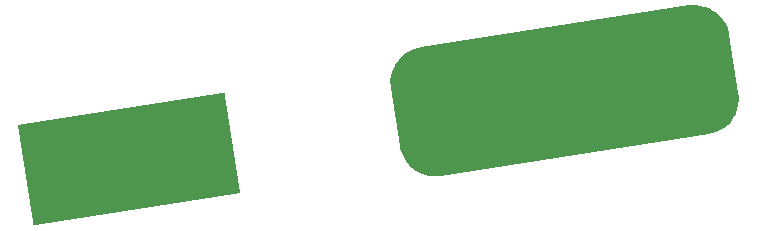
<source format=gbr>
%TF.GenerationSoftware,Altium Limited,Altium Designer,22.6.1 (34)*%
G04 Layer_Color=0*
%FSLAX45Y45*%
%MOMM*%
%TF.SameCoordinates,EFAF5BE3-474D-4A98-89D0-AE48FBC3E593*%
%TF.FilePolarity,Positive*%
%TF.FileFunction,NonPlated,1,4,NPTH,Drill*%
%TF.Part,Single*%
G01*
G75*
%TA.AperFunction,ComponentDrill*%
G04:AMPARAMS|DCode=162|XSize=17.7mm|YSize=8.6mm|CornerRadius=0mm|HoleSize=0mm|Usage=FLASHONLY|Rotation=8.887|XOffset=0mm|YOffset=0mm|HoleType=Round|Shape=Rectangle|*
%AMROTATEDRECTD162*
4,1,4,-8.07947,-5.61557,-9.40804,2.88119,8.07947,5.61557,9.40804,-2.88119,-8.07947,-5.61557,0.0*
%
%ADD162ROTATEDRECTD162*%

G36*
X6346113Y2924192D02*
X6268870Y3418190D01*
X6265833Y3437617D01*
X6264881Y3476931D01*
X6269069Y3516034D01*
X6278325Y3554255D01*
X6292490Y3590941D01*
X6311323Y3625464D01*
X6334501Y3657234D01*
X6361628Y3685707D01*
X6392239Y3710395D01*
X6425810Y3730877D01*
X6461768Y3746801D01*
X6499496Y3757896D01*
X6518923Y3760934D01*
X6518923D01*
X6518924D01*
X8791312Y4116249D01*
X8810739Y4119286D01*
X8850054Y4120238D01*
X8889156Y4116050D01*
X8927378Y4106794D01*
X8964064Y4092629D01*
X8998587Y4073796D01*
X9030357Y4050618D01*
X9058829Y4023491D01*
X9083518Y3992880D01*
X9104000Y3959309D01*
X9119924Y3923351D01*
X9131019Y3885622D01*
X9134056Y3866195D01*
D01*
X9211299Y3372198D01*
X9214336Y3352771D01*
X9215288Y3313456D01*
X9211100Y3274354D01*
X9201844Y3236133D01*
X9187679Y3199446D01*
X9168846Y3164923D01*
X9145668Y3133153D01*
X9118541Y3104681D01*
X9087930Y3079993D01*
X9054359Y3059511D01*
X9018401Y3043586D01*
X8980673Y3032492D01*
X8961246Y3029454D01*
Y3029454D01*
X6688857Y2674139D01*
X6669430Y2671101D01*
X6630115Y2670150D01*
X6591013Y2674338D01*
X6552792Y2683593D01*
X6516105Y2697759D01*
X6481582Y2716592D01*
X6449812Y2739770D01*
X6421339Y2766896D01*
X6396651Y2797507D01*
X6376170Y2831079D01*
X6360245Y2867037D01*
X6349150Y2904765D01*
X6346113Y2924192D01*
Y2924192D01*
D02*
G37*
D162*
X4052146Y2815210D02*
D03*
%TF.MD5,817ea41ea96bfe75a925724ea4153568*%
M02*

</source>
